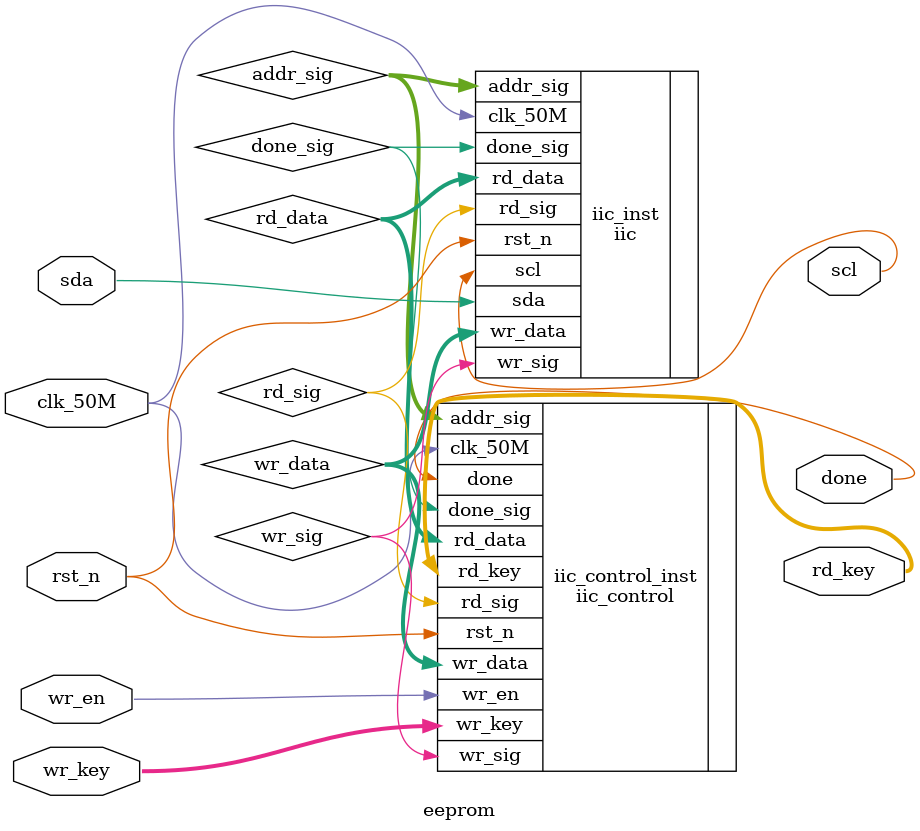
<source format=v>
`timescale 1ns/1ps
module eeprom
	(
		input wire	clk_50M,
		input wire	rst_n,
		input wire  wr_en,
		input wire [127:0] wr_key,
		output wire [127:0] rd_key,
		output wire done,
		output wire	scl,
		inout wire	sda
	);
	
wire wr_sig;
wire rd_sig;
wire[7:0] addr_sig;
wire[7:0] wr_data;
wire[7:0] rd_data;
wire done_sig;

//iic_control
iic_control iic_control_inst
	(
		.clk_50M  (clk_50M),
		.rst_n    (rst_n),
		.wr_en    (wr_en),
		.wr_key   (wr_key),
		.rd_key   (rd_key),
		.done     (done),
		.wr_sig   (wr_sig),
		.rd_sig   (rd_sig),
		.addr_sig (addr_sig),
		.wr_data  (wr_data),
		.rd_data  (rd_data),
		.done_sig (done_sig)
	);

//iic
iic iic_inst
	(
		.clk_50M(clk_50M),
		.rst_n(rst_n),
		.wr_sig(wr_sig),		//写命令，1有效
		.rd_sig(rd_sig),		//读命令，1有效
		.addr_sig(addr_sig),	//数据地址
		.wr_data(wr_data),	    //写数据
		.rd_data(rd_data),	    //读数据
		.done_sig(done_sig),	//读写完成标志，1有效
		.scl(scl),
		.sda(sda)
	);


endmodule
	
</source>
